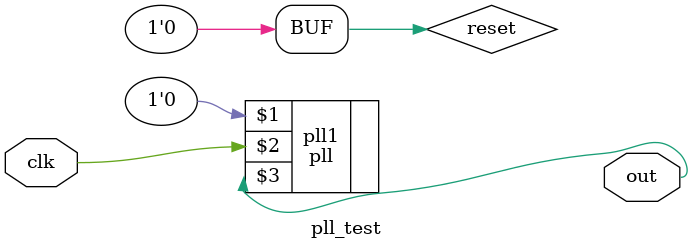
<source format=v>
module pll_test(clk,out);
	input clk;
	output out;
	wire reset;
	assign reset = 1'b0;
	
	pll pll1(reset,clk,out);
	
endmodule
</source>
